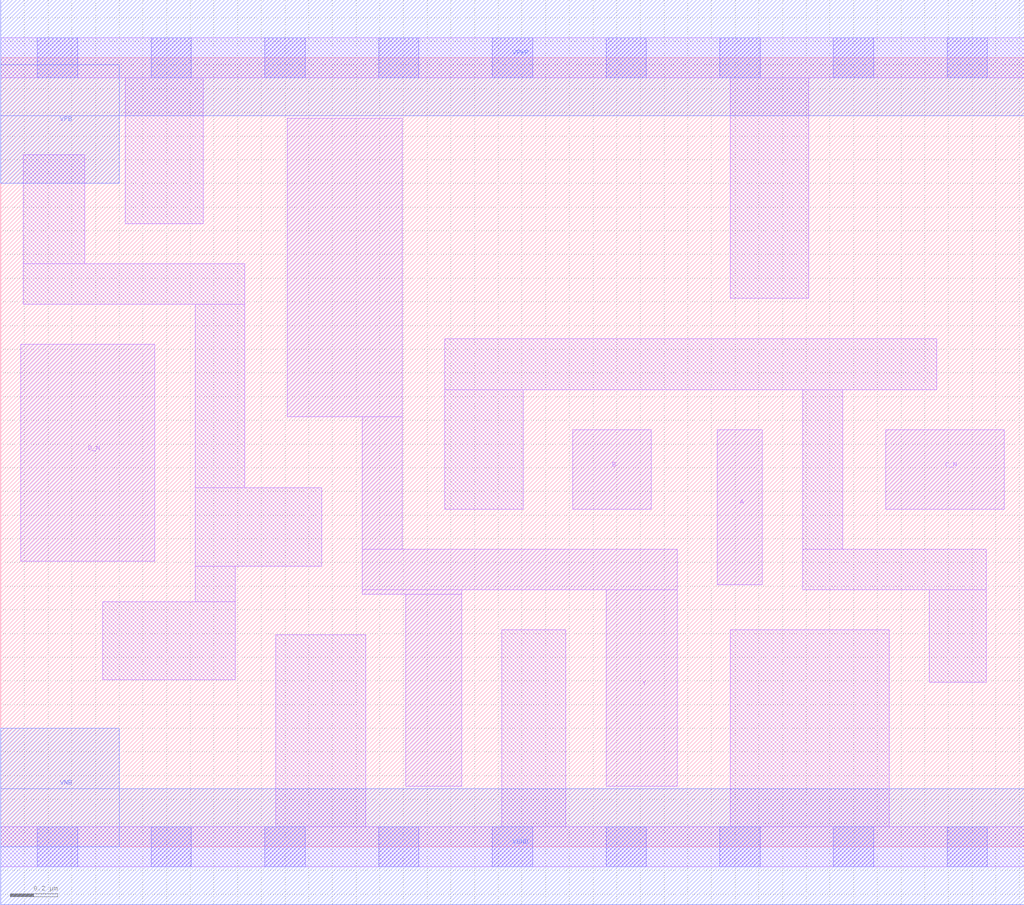
<source format=lef>
# Copyright 2020 The SkyWater PDK Authors
#
# Licensed under the Apache License, Version 2.0 (the "License");
# you may not use this file except in compliance with the License.
# You may obtain a copy of the License at
#
#     https://www.apache.org/licenses/LICENSE-2.0
#
# Unless required by applicable law or agreed to in writing, software
# distributed under the License is distributed on an "AS IS" BASIS,
# WITHOUT WARRANTIES OR CONDITIONS OF ANY KIND, either express or implied.
# See the License for the specific language governing permissions and
# limitations under the License.
#
# SPDX-License-Identifier: Apache-2.0

VERSION 5.5 ;
NAMESCASESENSITIVE ON ;
BUSBITCHARS "[]" ;
DIVIDERCHAR "/" ;
MACRO sky130_fd_sc_lp__nor4bb_1
  CLASS CORE ;
  SOURCE USER ;
  ORIGIN  0.000000  0.000000 ;
  SIZE  4.320000 BY  3.330000 ;
  SYMMETRY X Y R90 ;
  SITE unit ;
  PIN A
    ANTENNAGATEAREA  0.315000 ;
    DIRECTION INPUT ;
    USE SIGNAL ;
    PORT
      LAYER li1 ;
        RECT 3.025000 1.105000 3.215000 1.760000 ;
    END
  END A
  PIN B
    ANTENNAGATEAREA  0.315000 ;
    DIRECTION INPUT ;
    USE SIGNAL ;
    PORT
      LAYER li1 ;
        RECT 2.415000 1.425000 2.745000 1.760000 ;
    END
  END B
  PIN C_N
    ANTENNAGATEAREA  0.126000 ;
    DIRECTION INPUT ;
    USE SIGNAL ;
    PORT
      LAYER li1 ;
        RECT 3.735000 1.425000 4.235000 1.760000 ;
    END
  END C_N
  PIN D_N
    ANTENNAGATEAREA  0.126000 ;
    DIRECTION INPUT ;
    USE SIGNAL ;
    PORT
      LAYER li1 ;
        RECT 0.085000 1.205000 0.650000 2.120000 ;
    END
  END D_N
  PIN Y
    ANTENNADIFFAREA  0.842100 ;
    DIRECTION OUTPUT ;
    USE SIGNAL ;
    PORT
      LAYER li1 ;
        RECT 1.210000 1.815000 1.695000 3.075000 ;
        RECT 1.525000 1.065000 1.945000 1.085000 ;
        RECT 1.525000 1.085000 2.855000 1.255000 ;
        RECT 1.525000 1.255000 1.695000 1.815000 ;
        RECT 1.710000 0.255000 1.945000 1.065000 ;
        RECT 2.555000 0.255000 2.855000 1.085000 ;
    END
  END Y
  PIN VGND
    DIRECTION INOUT ;
    USE GROUND ;
    PORT
      LAYER met1 ;
        RECT 0.000000 -0.245000 4.320000 0.245000 ;
    END
  END VGND
  PIN VNB
    DIRECTION INOUT ;
    USE GROUND ;
    PORT
      LAYER met1 ;
        RECT 0.000000 0.000000 0.500000 0.500000 ;
    END
  END VNB
  PIN VPB
    DIRECTION INOUT ;
    USE POWER ;
    PORT
      LAYER met1 ;
        RECT 0.000000 2.800000 0.500000 3.300000 ;
    END
  END VPB
  PIN VPWR
    DIRECTION INOUT ;
    USE POWER ;
    PORT
      LAYER met1 ;
        RECT 0.000000 3.085000 4.320000 3.575000 ;
    END
  END VPWR
  OBS
    LAYER li1 ;
      RECT 0.000000 -0.085000 4.320000 0.085000 ;
      RECT 0.000000  3.245000 4.320000 3.415000 ;
      RECT 0.095000  2.290000 1.030000 2.460000 ;
      RECT 0.095000  2.460000 0.355000 2.920000 ;
      RECT 0.430000  0.705000 0.990000 1.035000 ;
      RECT 0.525000  2.630000 0.855000 3.245000 ;
      RECT 0.820000  1.035000 0.990000 1.185000 ;
      RECT 0.820000  1.185000 1.355000 1.515000 ;
      RECT 0.820000  1.515000 1.030000 2.290000 ;
      RECT 1.160000  0.085000 1.540000 0.895000 ;
      RECT 1.875000  1.425000 2.205000 1.930000 ;
      RECT 1.875000  1.930000 3.950000 2.145000 ;
      RECT 2.115000  0.085000 2.385000 0.915000 ;
      RECT 3.080000  0.085000 3.750000 0.915000 ;
      RECT 3.080000  2.315000 3.410000 3.245000 ;
      RECT 3.385000  1.085000 4.160000 1.255000 ;
      RECT 3.385000  1.255000 3.555000 1.930000 ;
      RECT 3.920000  0.695000 4.160000 1.085000 ;
    LAYER mcon ;
      RECT 0.155000 -0.085000 0.325000 0.085000 ;
      RECT 0.155000  3.245000 0.325000 3.415000 ;
      RECT 0.635000 -0.085000 0.805000 0.085000 ;
      RECT 0.635000  3.245000 0.805000 3.415000 ;
      RECT 1.115000 -0.085000 1.285000 0.085000 ;
      RECT 1.115000  3.245000 1.285000 3.415000 ;
      RECT 1.595000 -0.085000 1.765000 0.085000 ;
      RECT 1.595000  3.245000 1.765000 3.415000 ;
      RECT 2.075000 -0.085000 2.245000 0.085000 ;
      RECT 2.075000  3.245000 2.245000 3.415000 ;
      RECT 2.555000 -0.085000 2.725000 0.085000 ;
      RECT 2.555000  3.245000 2.725000 3.415000 ;
      RECT 3.035000 -0.085000 3.205000 0.085000 ;
      RECT 3.035000  3.245000 3.205000 3.415000 ;
      RECT 3.515000 -0.085000 3.685000 0.085000 ;
      RECT 3.515000  3.245000 3.685000 3.415000 ;
      RECT 3.995000 -0.085000 4.165000 0.085000 ;
      RECT 3.995000  3.245000 4.165000 3.415000 ;
  END
END sky130_fd_sc_lp__nor4bb_1
END LIBRARY

</source>
